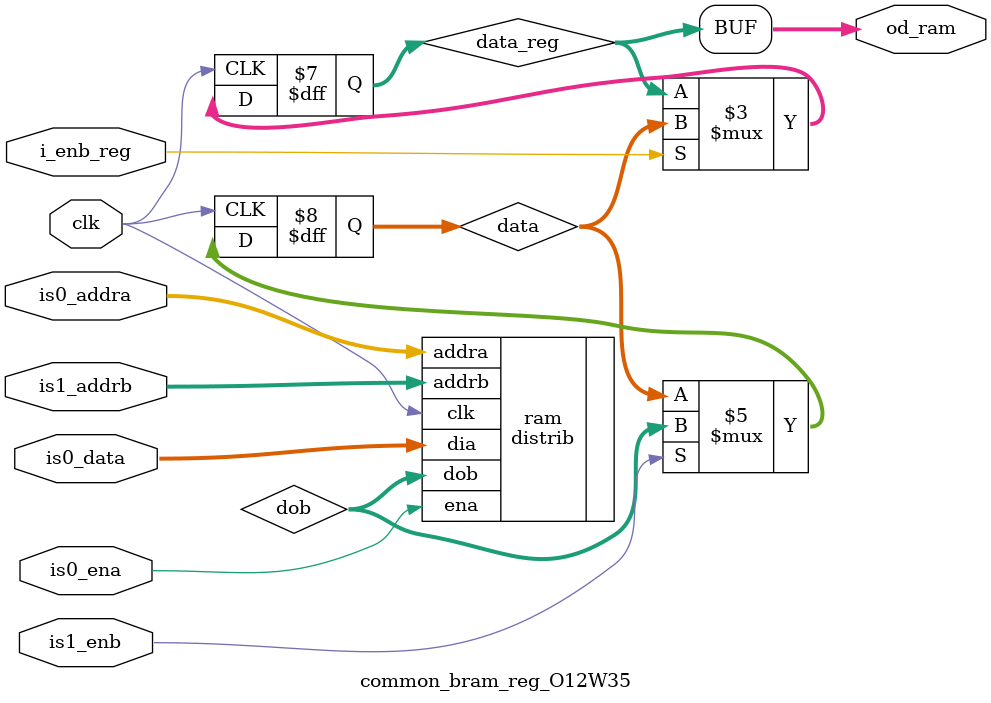
<source format=sv>
`timescale 100ps/100ps

(* keep_hierarchy = "yes" *) module common_bram_reg_O12W35 (
    input  bit clk,
    input  bit is0_ena,
    input  bit [11:0] is0_addra,
    input  bit [34:0] is0_data,
    input  bit is1_enb,
    input  bit [11:0] is1_addrb,
    input  bit i_enb_reg,
    output bit [34:0] od_ram
);


///////////////////////////////////////////////////////////
///////////////////////////////////////////////////////////
bit [34:0] data;
bit [34:0] data_reg;
bit [34:0] dob;

distrib #(
    .ORDER               (12),
    .WIDTH               (35))
ram (
    .clk                 (clk),
    .ena                 (is0_ena),
    .addra               (is0_addra),
    .dia                 (is0_data),
    .addrb               (is1_addrb),
    .dob                 (dob));


///////////////////////////////////////////////////////////
///////////////////////////////////////////////////////////
always_ff @(posedge clk)
begin
    if (is1_enb) begin
        data <= dob;
    end
end
always_ff @(posedge clk)
begin
    if (i_enb_reg) begin
        data_reg <= data;
    end
end
assign od_ram = data_reg;

endmodule
</source>
